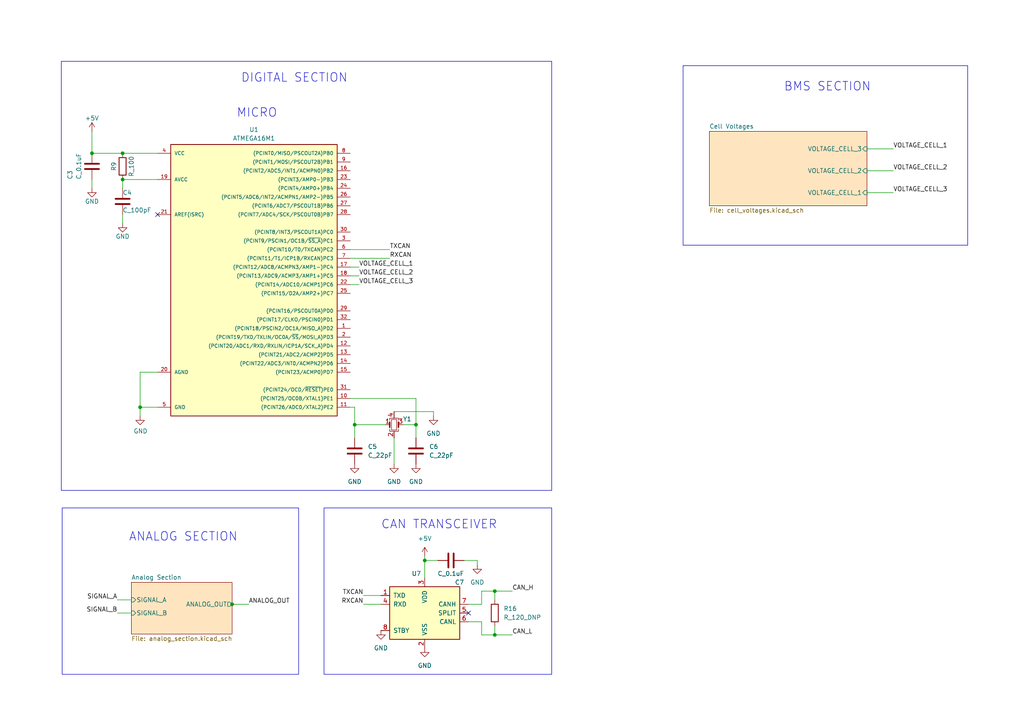
<source format=kicad_sch>
(kicad_sch (version 20230121) (generator eeschema)
  (paper "A4")
  (lib_symbols
    (symbol "+5V_1" (power) (pin_names (offset 0))
      (property "Value" "+5V_1" (at 0 3.556 0))
      (symbol "+5V_1_0_1"
        (polyline (pts (xy -0.762 1.27) (xy 0 2.54)))
        (polyline (pts (xy 0 0) (xy 0 2.54)))
        (polyline (pts (xy 0 2.54) (xy 0.762 1.27)))
      )
      (symbol "+5V_1_1_1"
        (pin power_in line (at 0 0 90) (length 0) hide (name "+5V") (number "1"))
      )
    )
    (symbol "Device:C" (pin_numbers hide) (pin_names (offset 0.254))
      (property "Reference" "C" (at 0.635 2.54 0))
      (property "Value" "C" (at 0.635 -2.54 0))
      (symbol "C_0_1"
        (polyline (pts (xy -2.032 -0.762) (xy 2.032 -0.762)) (stroke (width 0.508)))
        (polyline (pts (xy -2.032 0.762) (xy 2.032 0.762)) (stroke (width 0.508)))
      )
      (symbol "C_1_1"
        (pin passive line (at 0 3.81 270) (length 2.794) (name "~") (number "1"))
        (pin passive line (at 0 -3.81 90) (length 2.794) (name "~") (number "2"))
      )
    )
    (symbol "GND_1" (power) (pin_names (offset 0))
      (property "Value" "GND_1" (at 0 -3.81 0))
      (symbol "GND_1_0_1"
        (polyline (pts (xy 0 0) (xy 0 -1.27) (xy 1.27 -1.27) (xy 0 -2.54) (xy -1.27 -1.27) (xy 0 -1.27)))
      )
      (symbol "GND_1_1_1"
        (pin power_in line (at 0 0 270) (length 0) hide (name "GND") (number "1"))
      )
    )
    (symbol "GND_2" (power) (pin_names (offset 0))
      (property "Value" "GND_2" (at 0 -3.81 0))
      (symbol "GND_2_0_1"
        (polyline (pts (xy 0 0) (xy 0 -1.27) (xy 1.27 -1.27) (xy 0 -2.54) (xy -1.27 -1.27) (xy 0 -1.27)))
      )
      (symbol "GND_2_1_1"
        (pin power_in line (at 0 0 270) (length 0) hide (name "GND") (number "1"))
      )
    )
    (symbol "OEM:0u1F" (pin_numbers hide) (pin_names (offset 0.254))
      (property "Reference" "C" (at 0.635 2.54 0))
      (property "Value" "0u1F" (at 0.635 -2.54 0))
      (symbol "0u1F_0_1"
        (polyline (pts (xy -2.032 -0.762) (xy 2.032 -0.762)) (stroke (width 0.508)))
        (polyline (pts (xy -2.032 0.762) (xy 2.032 0.762)) (stroke (width 0.508)))
      )
      (symbol "0u1F_1_1"
        (pin passive line (at 0 3.81 270) (length 2.794) (name "~") (number "1"))
        (pin passive line (at 0 -3.81 90) (length 2.794) (name "~") (number "2"))
      )
    )
    (symbol "OEM:100R" (pin_numbers hide) (pin_names (offset 0))
      (property "Reference" "R" (at 2.032 0 90))
      (property "Value" "100R" (at 0 0 90))
      (symbol "100R_0_1"
        (rectangle (start -1.016 -2.54) (end 1.016 2.54) (stroke (width 0.254)))
      )
      (symbol "100R_1_1"
        (pin passive line (at 0 3.81 270) (length 1.27) (name "~") (number "1"))
        (pin passive line (at 0 -3.81 90) (length 1.27) (name "~") (number "2"))
      )
    )
    (symbol "OEM:100pF" (pin_numbers hide) (pin_names (offset 0.254))
      (property "Reference" "C" (at 0.635 2.54 0))
      (property "Value" "100pF" (at 0.635 -2.54 0))
      (symbol "100pF_0_1"
        (polyline (pts (xy -2.032 -0.762) (xy 2.032 -0.762)) (stroke (width 0.508)))
        (polyline (pts (xy -2.032 0.762) (xy 2.032 0.762)) (stroke (width 0.508)))
      )
      (symbol "100pF_1_1"
        (pin passive line (at 0 3.81 270) (length 2.794) (name "~") (number "1"))
        (pin passive line (at 0 -3.81 90) (length 2.794) (name "~") (number "2"))
      )
    )
    (symbol "formula:ATMEGA16M1" (pin_names (offset 1.016))
      (property "Reference" "U" (at -24.13 46.482 0))
      (property "Value" "ATMEGA16M1" (at 12.7 -35.56 0))
      (symbol "ATMEGA16M1_0_1"
        (rectangle (start -24.13 45.72) (end 24.13 -33.02) (stroke (width 0.254)) (fill (type background)))
      )
      (symbol "ATMEGA16M1_1_1"
        (pin bidirectional line (at 27.94 -7.62 180) (length 3.81) (name "(PCINT18/PSCIN2/OC1A/MISO_A)PD2") (number "1"))
        (pin bidirectional line (at 27.94 -27.94 180) (length 3.81) (name "(PCINT25/OC0B/XTAL1)PE1") (number "10"))
        (pin bidirectional line (at 27.94 -30.48 180) (length 3.81) (name "(PCINT26/ADC0/XTAL2)PE2") (number "11"))
        (pin bidirectional line (at 27.94 -12.7 180) (length 3.81) (name "(PCINT20/ADC1/RXD/RXLIN/ICP1A/SCK_A)PD4") (number "12"))
        (pin bidirectional line (at 27.94 -15.24 180) (length 3.81) (name "(PCINT21/ADC2/ACMP2)PD5") (number "13"))
        (pin bidirectional line (at 27.94 -17.78 180) (length 3.81) (name "(PCINT22/ADC3/INT0/ACMPN2)PD6") (number "14"))
        (pin bidirectional line (at 27.94 -20.32 180) (length 3.81) (name "(PCINT23/ACMP0)PD7") (number "15"))
        (pin bidirectional line (at 27.94 38.1 180) (length 3.81) (name "(PCINT2/ADC5/INT1/ACMPN0)PB2") (number "16"))
        (pin bidirectional line (at 27.94 10.16 180) (length 3.81) (name "(PCINT12/ADC8/ACMPN3/AMP1-)PC4") (number "17"))
        (pin bidirectional line (at 27.94 7.62 180) (length 3.81) (name "(PCINT13/ADC9/ACMP3/AMP1+)PC5") (number "18"))
        (pin power_in line (at -27.94 35.56 0) (length 3.81) (name "AVCC") (number "19"))
        (pin bidirectional line (at 27.94 -10.16 180) (length 3.81) (name "(PCINT19/TXD/TXLIN/OC0A/~{SS}/MOSI_A)PD3") (number "2"))
        (pin power_in line (at -27.94 -20.32 0) (length 3.81) (name "AGND") (number "20"))
        (pin power_in line (at -27.94 25.4 0) (length 3.81) (name "AREF(ISRC)") (number "21"))
        (pin bidirectional line (at 27.94 5.08 180) (length 3.81) (name "(PCINT14/ADC10/ACMP1)PC6") (number "22"))
        (pin bidirectional line (at 27.94 35.56 180) (length 3.81) (name "(PCINT3/AMP0-)PB3") (number "23"))
        (pin bidirectional line (at 27.94 33.02 180) (length 3.81) (name "(PCINT4/AMP0+)PB4") (number "24"))
        (pin bidirectional line (at 27.94 2.54 180) (length 3.81) (name "(PCINT15/D2A/AMP2+)PC7") (number "25"))
        (pin bidirectional line (at 27.94 30.48 180) (length 3.81) (name "(PCINT5/ADC6/INT2/ACMPN1/AMP2-)PB5") (number "26"))
        (pin bidirectional line (at 27.94 27.94 180) (length 3.81) (name "(PCINT6/ADC7/PSCOUT1B)PB6") (number "27"))
        (pin bidirectional line (at 27.94 25.4 180) (length 3.81) (name "(PCINT7/ADC4/SCK/PSCOUT0B)PB7") (number "28"))
        (pin bidirectional line (at 27.94 -2.54 180) (length 3.81) (name "(PCINT16/PSCOUT0A)PD0") (number "29"))
        (pin bidirectional line (at 27.94 17.78 180) (length 3.81) (name "(PCINT9/PSCIN1/OC1B/~{SS_A})PC1") (number "3"))
        (pin bidirectional line (at 27.94 20.32 180) (length 3.81) (name "(PCINT8/INT3/PSCOUT1A)PC0") (number "30"))
        (pin bidirectional line (at 27.94 -25.4 180) (length 3.81) (name "(PCINT24/OCD/~{RESET})PE0") (number "31"))
        (pin bidirectional line (at 27.94 -5.08 180) (length 3.81) (name "(PCINT17/CLKO/PSCIN0)PD1") (number "32"))
        (pin power_in line (at -27.94 43.18 0) (length 3.81) (name "VCC") (number "4"))
        (pin power_in line (at -27.94 -30.48 0) (length 3.81) (name "GND") (number "5"))
        (pin bidirectional line (at 27.94 15.24 180) (length 3.81) (name "(PCINT10/T0/TXCAN)PC2") (number "6"))
        (pin bidirectional line (at 27.94 12.7 180) (length 3.81) (name "(PCINT11/T1/ICP1B/RXCAN)PC3") (number "7"))
        (pin bidirectional line (at 27.94 43.18 180) (length 3.81) (name "(PCINT0/MISO/PSCOUT2A)PB0") (number "8"))
        (pin bidirectional line (at 27.94 40.64 180) (length 3.81) (name "(PCINT1/MOSI/PSCOUT2B)PB1") (number "9"))
      )
    )
    (symbol "formula:Crystal_SMD" (pin_names (offset 1.016) hide)
      (property "Reference" "Y" (at 1.27 4.445 0))
      (property "Value" "Crystal_SMD" (at 1.27 2.54 0))
      (symbol "Crystal_SMD_0_1"
        (rectangle (start -0.762 -1.524) (end 0.762 1.524))
        (polyline (pts (xy -1.27 -0.762) (xy -1.27 0.762)) (stroke (width 0.381)))
        (polyline (pts (xy 1.27 -0.762) (xy 1.27 0.762)) (stroke (width 0.381)))
        (polyline (pts (xy -1.27 -1.27) (xy -1.27 -1.905) (xy 1.27 -1.905) (xy 1.27 -1.27)))
        (polyline (pts (xy -1.27 1.27) (xy -1.27 1.905) (xy 1.27 1.905) (xy 1.27 1.27)))
      )
      (symbol "Crystal_SMD_1_1"
        (pin passive line (at -2.54 0 0) (length 1.27) (name "1") (number "1"))
        (pin passive line (at 0 -3.81 90) (length 1.905) (name "2") (number "2"))
        (pin passive line (at 2.54 0 180) (length 1.27) (name "3") (number "3"))
        (pin passive line (at 0 3.81 270) (length 1.905) (name "4") (number "4"))
      )
    )
    (symbol "formula:MCP2561-E_SN" (pin_names (offset 1.016))
      (property "Reference" "U" (at -10.16 8.89 0))
      (property "Value" "MCP2561-E_SN" (at 2.54 8.89 0))
      (symbol "MCP2561-E_SN_0_1"
        (rectangle (start -10.16 7.62) (end 10.16 -7.62) (stroke (width 0.254)) (fill (type background)))
      )
      (symbol "MCP2561-E_SN_1_1"
        (pin input line (at -12.7 5.08 0) (length 2.54) (name "TXD") (number "1"))
        (pin power_in line (at 0 -10.16 90) (length 2.54) (name "VSS") (number "2"))
        (pin power_in line (at 0 10.16 270) (length 2.54) (name "VDD") (number "3"))
        (pin output line (at -12.7 2.54 0) (length 2.54) (name "RXD") (number "4"))
        (pin passive line (at 12.7 0 180) (length 2.54) (name "SPLIT") (number "5"))
        (pin bidirectional line (at 12.7 -2.54 180) (length 2.54) (name "CANL") (number "6"))
        (pin bidirectional line (at 12.7 2.54 180) (length 2.54) (name "CANH") (number "7"))
        (pin input line (at -12.7 -5.08 0) (length 2.54) (name "STBY") (number "8"))
      )
    )
    (symbol "formula:R_120_DNP" (pin_numbers hide) (pin_names (offset 0))
      (property "Reference" "R" (at 2.032 0 90))
      (property "Value" "R_120_DNP" (at -2.54 0 90))
      (symbol "R_120_DNP_0_1"
        (rectangle (start -1.016 -2.54) (end 1.016 2.54) (stroke (width 0.254)))
      )
      (symbol "R_120_DNP_1_1"
        (pin passive line (at 0 3.81 270) (length 1.27) (name "~") (number "1"))
        (pin passive line (at 0 -3.81 90) (length 1.27) (name "~") (number "2"))
      )
    )
    (symbol "power:+5V" (power) (pin_names (offset 0))
      (property "Value" "+5V" (at 0 3.556 0))
      (symbol "+5V_0_1"
        (polyline (pts (xy -0.762 1.27) (xy 0 2.54)))
        (polyline (pts (xy 0 0) (xy 0 2.54)))
        (polyline (pts (xy 0 2.54) (xy 0.762 1.27)))
      )
      (symbol "+5V_1_1"
        (pin power_in line (at 0 0 90) (length 0) hide (name "+5V") (number "1"))
      )
    )
    (symbol "power:GND" (power) (pin_names (offset 0))
      (property "Value" "GND" (at 0 -3.81 0))
      (symbol "GND_0_1"
        (polyline (pts (xy 0 0) (xy 0 -1.27) (xy 1.27 -1.27) (xy 0 -2.54) (xy -1.27 -1.27) (xy 0 -1.27)))
      )
      (symbol "GND_1_1"
        (pin power_in line (at 0 0 270) (length 0) hide (name "GND") (number "1"))
      )
    )
  )
  (junction (at 143.51 171.45))
  (junction (at 102.87 123.19))
  (junction (at 40.64 118.11))
  (junction (at 143.51 184.15))
  (junction (at 35.56 52.07))
  (junction (at 35.56 44.45))
  (junction (at 26.67 44.45))
  (junction (at 120.65 123.19))
  (junction (at 67.31 175.26))
  (junction (at 123.19 162.56))
  (no_connect (at 135.89 177.8))
  (no_connect (at 45.72 62.23))
  (wire (pts (xy 102.87 118.11) (xy 102.87 123.19)))
  (wire (pts (xy 143.51 184.15) (xy 143.51 181.61)))
  (wire (pts (xy 101.6 72.39) (xy 113.03 72.39)))
  (wire (pts (xy 105.41 175.26) (xy 110.49 175.26)))
  (wire (pts (xy 101.6 82.55) (xy 104.14 82.55)))
  (wire (pts (xy 135.89 175.26) (xy 139.7 175.26)))
  (wire (pts (xy 101.6 77.47) (xy 104.14 77.47)))
  (wire (pts (xy 35.56 62.23) (xy 35.56 64.77)))
  (wire (pts (xy 116.84 123.19) (xy 120.65 123.19)))
  (wire (pts (xy 105.41 172.72) (xy 110.49 172.72)))
  (wire (pts (xy 139.7 180.34) (xy 139.7 184.15)))
  (wire (pts (xy 102.87 123.19) (xy 102.87 127)))
  (wire (pts (xy 120.65 115.57) (xy 120.65 123.19)))
  (wire (pts (xy 67.31 175.26) (xy 72.136 175.26)))
  (wire (pts (xy 123.19 162.56) (xy 123.19 167.64)))
  (wire (pts (xy 123.19 162.56) (xy 127 162.56)))
  (wire (pts (xy 45.72 118.11) (xy 40.64 118.11)))
  (wire (pts (xy 102.87 118.11) (xy 101.6 118.11)))
  (wire (pts (xy 251.46 49.53) (xy 259.08 49.53)))
  (wire (pts (xy 35.56 44.45) (xy 45.72 44.45)))
  (wire (pts (xy 139.7 171.45) (xy 143.51 171.45)))
  (wire (pts (xy 67.056 175.26) (xy 67.31 175.26)))
  (wire (pts (xy 143.51 184.15) (xy 148.59 184.15)))
  (wire (pts (xy 35.56 52.07) (xy 35.56 54.61)))
  (wire (pts (xy 35.56 52.07) (xy 45.72 52.07)))
  (wire (pts (xy 26.67 44.45) (xy 35.56 44.45)))
  (wire (pts (xy 139.7 184.15) (xy 143.51 184.15)))
  (wire (pts (xy 40.64 107.95) (xy 45.72 107.95)))
  (wire (pts (xy 26.67 52.07) (xy 26.67 54.61)))
  (wire (pts (xy 101.6 74.93) (xy 113.03 74.93)))
  (wire (pts (xy 34.036 173.99) (xy 37.846 173.99)))
  (wire (pts (xy 143.51 171.45) (xy 143.51 173.99)))
  (wire (pts (xy 101.6 115.57) (xy 120.65 115.57)))
  (wire (pts (xy 40.64 107.95) (xy 40.64 118.11)))
  (wire (pts (xy 101.6 80.01) (xy 104.14 80.01)))
  (wire (pts (xy 102.87 123.19) (xy 111.76 123.19)))
  (wire (pts (xy 26.67 44.45) (xy 26.67 38.1)))
  (wire (pts (xy 123.19 161.29) (xy 123.19 162.56)))
  (wire (pts (xy 34.036 177.8) (xy 37.846 177.8)))
  (wire (pts (xy 143.51 171.45) (xy 148.59 171.45)))
  (wire (pts (xy 40.64 118.11) (xy 40.64 120.65)))
  (wire (pts (xy 120.65 123.19) (xy 120.65 127)))
  (wire (pts (xy 139.7 175.26) (xy 139.7 171.45)))
  (wire (pts (xy 114.3 119.38) (xy 125.73 119.38)))
  (wire (pts (xy 138.43 162.56) (xy 138.43 163.83)))
  (wire (pts (xy 251.46 55.88) (xy 259.08 55.88)))
  (wire (pts (xy 114.3 127) (xy 114.3 134.62)))
  (wire (pts (xy 251.46 43.18) (xy 259.08 43.18)))
  (wire (pts (xy 134.62 162.56) (xy 138.43 162.56)))
  (wire (pts (xy 135.89 180.34) (xy 139.7 180.34)))
  (wire (pts (xy 125.73 119.38) (xy 125.73 120.65)))
  (rectangle (start 93.98 147.32) (end 160.02 195.58))
  (rectangle (start 17.78 17.78) (end 160.02 142.24))
  (rectangle (start 198.12 19.05) (end 280.67 71.12))
  (rectangle (start 18.034 147.32) (end 86.614 195.58))
  (text "DIGITAL SECTION" (at 69.85 24.13 0) (effects (font (size 2.5 2.5)) (justify left bottom)))
  (text "ANALOG SECTION" (at 37.338 157.226 0) (effects (font (size 2.5 2.5)) (justify left bottom)))
  (text "MICRO" (at 68.58 34.29 0) (effects (font (size 2.5 2.5)) (justify left bottom)))
  (text "BMS SECTION" (at 227.33 26.67 0) (effects (font (size 2.5 2.5)) (justify left bottom)))
  (text "CAN TRANSCEIVER\n" (at 110.49 153.67 0) (effects (font (size 2.5 2.5)) (justify left bottom)))
  (label "RXCAN" (at 113.03 74.93 0))
  (label "VOLTAGE_CELL_2" (at 259.08 49.53 0))
  (label "TXCAN" (at 105.41 172.72 180))
  (label "VOLTAGE_CELL_3" (at 259.08 55.88 0))
  (label "CAN_H" (at 148.59 171.45 0))
  (label "ANALOG_OUT" (at 72.136 175.26 0))
  (label "VOLTAGE_CELL_1" (at 259.08 43.18 0))
  (label "CAN_L" (at 148.59 184.15 0))
  (label "VOLTAGE_CELL_3" (at 104.14 82.55 0))
  (label "SIGNAL_B" (at 34.036 177.8 180))
  (label "VOLTAGE_CELL_1" (at 104.14 77.47 0))
  (label "TXCAN" (at 113.03 72.39 0))
  (label "RXCAN" (at 105.41 175.26 180))
  (label "SIGNAL_A" (at 34.036 173.99 180))
  (label "VOLTAGE_CELL_2" (at 104.14 80.01 0))
  (symbol (lib_name "GND_1") (lib_id "power:GND") (at 120.65 134.62 0) (unit 1)
    (property "Reference" "#PWR022" (effects hide))
    (property "Value" "GND" (at 120.65 139.7 0))
  )
  (symbol (lib_id "formula:R_120_DNP") (at 143.51 177.8 0) (unit 1)
    (property "Reference" "R16" (at 146.05 176.53 0) (effects (justify left)))
    (property "Value" "R_120_DNP" (at 146.05 179.07 0) (effects (justify left)))
    (property "Footprint" "footprints:R_0805_OEM" (effects hide))
    (property "Datasheet" "https://www.mouser.com/datasheet/2/315/AOA0000C304-1149620.pdf" (effects hide))
    (property "MFN" "DK" (effects hide))
    (property "MPN" "667-ERJ-6ENF1200V" (effects hide))
    (property "PurchasingLink" "https://www.mouser.com/ProductDetail/Panasonic-Industrial-Devices/ERJ-6ENF1200V?qs=sGAEpiMZZMvdGkrng054t8AJgcdMkx7x%252bFQnctTMUmU%3d" (effects hide))
  )
  (symbol (lib_id "OEM:100R") (at 35.56 48.26 0) (unit 1)
    (property "Reference" "R9" (at 33.02 48.26 90))
    (property "Value" "R_100" (at 38.1 48.26 90))
    (property "Footprint" "OEM:R_0603" (effects hide))
    (property "Datasheet" "https://www.seielect.com/Catalog/SEI-rncp.pdf" (effects hide))
    (property "MFN" "Digi-Key" (effects hide))
    (property "MPN" "RNCP0805FTD100RCT-ND" (effects hide))
    (property "Package" "Value" (effects hide))
    (property "DKPN" "RMCF0603FT100RTR-ND" (effects hide))
    (property "NewDesigns" "YES" (effects hide))
    (property "Stocked" "Reel" (effects hide))
    (property "Style" "SMD" (effects hide))
  )
  (symbol (lib_id "formula:ATMEGA16M1") (at 73.66 87.63 0) (unit 1)
    (property "Reference" "U1" (at 73.66 37.592 0))
    (property "Value" "ATMEGA16M1" (at 73.66 40.132 0))
    (property "Footprint" "footprints:TQFP-32_7x7mm_Pitch0.8mm" (effects hide))
    (property "MFN" "DK" (effects hide))
    (property "MPN" "ATMEGA16M1-AU-ND" (effects hide))
    (property "PurchasingLink" "https://www.digikey.com/product-detail/en/atmel/ATMEGA16M1-AU/ATMEGA16M1-AU-ND/2271208" (effects hide))
  )
  (symbol (lib_name "GND_1") (lib_id "power:GND") (at 123.19 187.96 0) (unit 1)
    (property "Reference" "#PWR034" (effects hide))
    (property "Value" "GND" (at 123.19 193.04 0))
  )
  (symbol (lib_id "formula:Crystal_SMD") (at 114.3 123.19 0) (unit 1)
    (property "Reference" "Y1" (at 118.11 121.5391 0))
    (property "Value" "Crystal_16MHz_18pF" (effects hide))
    (property "Footprint" "footprints:Crystal_SMD_FA238" (effects hide))
    (property "Datasheet" "http://www.txccorp.com/download/products/quartz_crystals/2015TXC_7M_17.pdf" (effects hide))
    (property "MFN" "DK" (effects hide))
    (property "MPN" "887-1125-1-ND" (effects hide))
    (property "PurchasingLink" "https://www.digikey.com/product-detail/en/txc-corporation/7M-16.000MAAJ-T/887-1125-1-ND/2119014" (effects hide))
  )
  (symbol (lib_name "+5V_1") (lib_id "power:+5V") (at 123.19 161.29 0) (unit 1)
    (property "Reference" "#PWR032" (effects hide))
    (property "Value" "+5V" (at 123.19 156.21 0))
  )
  (symbol (lib_id "power:+5V") (at 26.67 38.1 0) (unit 1)
    (property "Reference" "#PWR016" (effects hide))
    (property "Value" "+5V" (at 26.67 34.29 0))
  )
  (symbol (lib_id "power:GND") (at 26.67 54.61 0) (unit 1)
    (property "Reference" "#PWR017" (effects hide))
    (property "Value" "GND" (at 26.67 58.42 0))
  )
  (symbol (lib_id "power:GND") (at 35.56 64.77 0) (unit 1)
    (property "Reference" "#PWR018" (effects hide))
    (property "Value" "GND" (at 35.56 68.58 0))
  )
  (symbol (lib_id "OEM:0u1F") (at 130.81 162.56 90) (unit 1)
    (property "Reference" "C7" (at 134.62 168.91 90) (effects (justify left)))
    (property "Value" "C_0.1uF" (at 134.62 166.37 90) (effects (justify left)))
    (property "Footprint" "OEM:C_0603" (effects hide))
    (property "Datasheet" "http://datasheets.avx.com/X7RDielectric.pdf" (effects hide))
    (property "MPN" "478-3352-1-ND" (effects hide))
    (property "MFN" "Digi-Key" (effects hide))
    (property "Package" "Value" (effects hide))
    (property "DKPN" "1276-1935-2-ND" (effects hide))
    (property "Stocked" "Reel" (effects hide))
    (property "NewDesigns" "YES" (effects hide))
    (property "Style" "SMD" (effects hide))
  )
  (symbol (lib_name "GND_1") (lib_id "power:GND") (at 114.3 134.62 0) (unit 1)
    (property "Reference" "#PWR019" (effects hide))
    (property "Value" "GND" (at 114.3 139.7 0))
  )
  (symbol (lib_id "OEM:0u1F") (at 26.67 48.26 0) (unit 1)
    (property "Reference" "C3" (at 20.32 52.07 90) (effects (justify left)))
    (property "Value" "C_0.1uF" (at 22.86 52.07 90) (effects (justify left)))
    (property "Footprint" "OEM:C_0603" (effects hide))
    (property "Datasheet" "http://datasheets.avx.com/X7RDielectric.pdf" (effects hide))
    (property "MPN" "478-3352-1-ND" (effects hide))
    (property "MFN" "Digi-Key" (effects hide))
    (property "Package" "Value" (effects hide))
    (property "DKPN" "1276-1935-2-ND" (effects hide))
    (property "Stocked" "Reel" (effects hide))
    (property "NewDesigns" "YES" (effects hide))
    (property "Style" "SMD" (effects hide))
  )
  (symbol (lib_id "Device:C") (at 102.87 130.81 0) (unit 1)
    (property "Reference" "C5" (at 106.68 129.54 0) (effects (justify left)))
    (property "Value" "C_22pF" (at 106.68 132.08 0) (effects (justify left)))
  )
  (symbol (lib_name "GND_1") (lib_id "power:GND") (at 110.49 182.88 0) (unit 1)
    (property "Reference" "#PWR035" (effects hide))
    (property "Value" "GND" (at 110.49 187.96 0))
  )
  (symbol (lib_name "GND_1") (lib_id "power:GND") (at 102.87 134.62 0) (unit 1)
    (property "Reference" "#PWR021" (effects hide))
    (property "Value" "GND" (at 102.87 139.7 0))
  )
  (symbol (lib_id "formula:MCP2561-E_SN") (at 123.19 177.8 0) (unit 1)
    (property "Reference" "U7" (at 119.38 166.37 0) (effects (justify left)))
    (property "Value" "MCP2561-E_SN" (effects hide))
    (property "Footprint" "footprints:SOIC-8_3.9x4.9mm_Pitch1.27mm_OEM" (effects hide))
    (property "Datasheet" "http://www.microchip.com/mymicrochip/filehandler.aspx?ddocname=en561044" (effects hide))
    (property "MFN" "DK" (effects hide))
    (property "MPN" "MCP2561-E/SN-ND" (effects hide))
    (property "PurchasingLink" "https://www.digikey.com/products/en?keywords=mcp2561-e%2Fsn" (effects hide))
  )
  (symbol (lib_name "GND_1") (lib_id "power:GND") (at 138.43 163.83 0) (unit 1)
    (property "Reference" "#PWR033" (effects hide))
    (property "Value" "GND" (at 138.43 168.91 0))
  )
  (symbol (lib_id "OEM:100pF") (at 35.56 58.42 0) (unit 1)
    (property "Reference" "C4" (at 35.56 55.88 0) (effects (justify left)))
    (property "Value" "C_100pF" (at 35.56 60.96 0) (effects (justify left)))
    (property "Footprint" "OEM:C_0603" (effects hide))
    (property "MPN" "399-1122-1-ND" (effects hide))
    (property "MFN" "Digi-Key" (effects hide))
    (property "Package" "Value" (effects hide))
    (property "DKPN" "1292-1472-6-ND" (effects hide))
    (property "NewDesigns" "YES" (effects hide))
    (property "Stocked" "Digi-Reel" (effects hide))
    (property "Style" "SMD" (effects hide))
  )
  (symbol (lib_id "Device:C") (at 120.65 130.81 0) (unit 1)
    (property "Reference" "C6" (at 124.46 129.54 0) (effects (justify left)))
    (property "Value" "C_22pF" (at 124.46 132.08 0) (effects (justify left)))
  )
  (symbol (lib_id "power:GND") (at 40.64 120.65 0) (unit 1)
    (property "Reference" "#PWR015" (effects hide))
    (property "Value" "GND" (at 40.767 125.0442 0))
  )
  (symbol (lib_name "GND_2") (lib_id "power:GND") (at 125.73 120.65 0) (unit 1)
    (property "Reference" "#PWR020" (effects hide))
    (property "Value" "GND" (at 125.73 125.73 0))
  )
  (sheet (at 205.74 38.1) (size 45.72 21.59) (stroke (width 0.1524)) (fill (color 255 229 191 1.0000))
    (property "Sheetname" "Cell Voltages" (at 205.74 37.3884 0) (effects (justify left bottom)))
    (property "Sheetfile" "cell_voltages.kicad_sch" (at 205.74 60.2746 0) (effects (justify left top)))
    (pin "VOLTAGE_CELL_3" input (at 251.46 43.18 0))
    (pin "VOLTAGE_CELL_1" input (at 251.46 55.88 0))
    (pin "VOLTAGE_CELL_2" input (at 251.46 49.53 0))
  )
  (sheet (at 38.1 168.91) (size 29.21 14.986) (stroke (width 0.1524)) (fill (color 255 229 191 1.0000))
    (property "Sheetname" "Analog Section" (at 38.1 168.1984 0) (effects (justify left bottom)))
    (property "Sheetfile" "analog_section.kicad_sch" (at 38.1 184.4806 0) (effects (justify left top)))
    (pin "SIGNAL_A" input (at 38.1 173.99 180))
    (pin "SIGNAL_B" input (at 38.1 177.8 180))
    (pin "ANALOG_OUT" output (at 67.31 175.26 0))
  )
)
</source>
